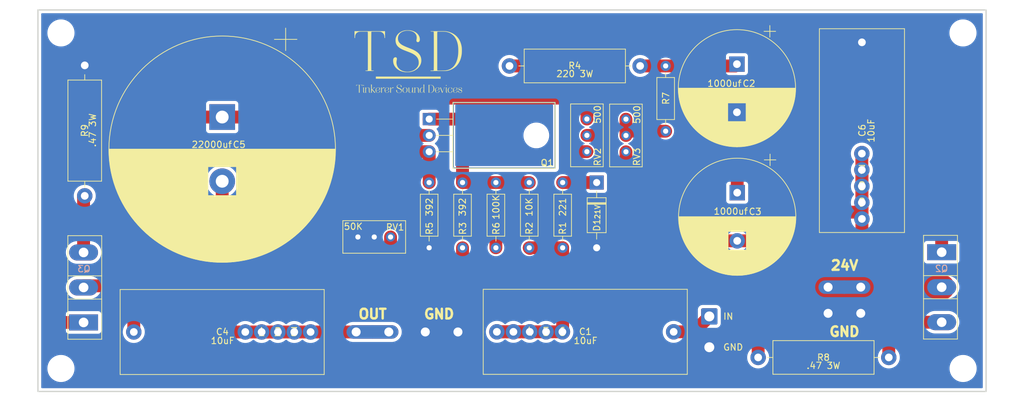
<source format=kicad_pcb>
(kicad_pcb (version 20211014) (generator pcbnew)
  (layers (0 "F.Cu" signal) (31 "B.Cu" signal) (34 "B.Paste" user) (35 "F.Paste" user) (36 "B.SilkS" user "B.Silkscreen") (37 "F.SilkS" user "F.Silkscreen") (38 "B.Mask" user) (39 "F.Mask" user) (44 "Edge.Cuts" user))
  (net 0 "")
  (net 1 "Net-(C1-Pad1)")
  (net 2 "Net-(C1-Pad2)")
  (net 3 "Net-(C2-Pad1)")
  (net 4 "GND")
  (net 5 "Net-(C3-Pad1)")
  (net 6 "Net-(C3-Pad2)")
  (net 7 "Net-(C4-Pad2)")
  (net 8 "Net-(C6-Pad2)")
  (net 9 "Net-(D1-Pad1)")
  (net 10 "Net-(Q1-Pad1)")
  (net 11 "Net-(Q1-Pad2)")
  (net 12 "Net-(Q1-Pad3)")
  (net 13 "Net-(Q2-Pad3)")
  (net 14 "Net-(Q3-Pad3)")
  (net 15 "Net-(R3-Pad2)")
  (net 16 "Net-(R4-Pad2)")
  (net 17 "Net-(R7-Pad2)")
  (footprint "Resistor_THT:R_Axial_DIN0516_L15.5mm_D5.0mm_P20.32mm_Horizontal" (layer "F.Cu") (at 205.648975 119.52 180)
    (fp_text reference "R8" (at 10.16 -0.004) (layer "F.SilkS"))
    (fp_text value ".47 3W")
    (pad "1" thru_hole circle locked (at 0 0 180) (size 2.4 2.4) (drill 1.2) (layers *.Cu *.Mask) (net 13 "Net-(Q2-Pad3)"))
    (pad "2" thru_hole oval locked (at 20.32 0 180) (size 2.4 2.4) (drill 1.2) (layers *.Cu *.Mask) (net 6 "Net-(C3-Pad2)"))
  )
  (footprint "Resistor_THT:R_Axial_DIN0516_L15.5mm_D5.0mm_P20.32mm_Horizontal" (layer "F.Cu") (at 80.58 94.350998 90)
    (fp_text reference "R9" (at 10.170998 0 90) (layer "F.SilkS"))
    (fp_text value ".47 3W" (at 10.220998 1.23 270) (layer "F.SilkS"))
    (pad "1" thru_hole circle locked (at 0 0 90) (size 2.4 2.4) (drill 1.2) (layers *.Cu *.Mask) (net 14 "Net-(Q3-Pad3)"))
    (pad "2" thru_hole oval locked (at 20.32 0 90) (size 2.4 2.4) (drill 1.2) (layers *.Cu *.Mask) (net 4 "GND"))
  )
  (footprint "" (layer "F.Cu") (at 201.46 92.85)
    (fp_text reference "8" (at 0 0) (layer "F.SilkS") (effects (font (size 1.27 1.27))))
    (fp_text value "" (at 0 0) (layer "F.SilkS") (effects (font (size 1.27 1.27))))
    (pad "2" thru_hole circle locked (at 0 0 270) (size 2.4 2.4) (drill 1.2) (layers *.Cu *.Mask) (net 8 "Net-(C6-Pad2)"))
  )
  (footprint "" (layer "F.Cu") (at 154.88 115.53)
    (fp_text reference "6" (at 0 0) (layer "F.SilkS") (effects (font (size 1.27 1.27))))
    (fp_text value "" (at 0 0) (layer "F.SilkS") (effects (font (size 1.27 1.27))))
    (pad "2" thru_hole circle locked (at 0 0 180) (size 2.4 2.4) (drill 1.2) (layers *.Cu *.Mask) (net 2 "Net-(C1-Pad2)"))
  )
  (footprint "Capacitor_THT:CP_Radial_D35.0mm_P10.00mm_SnapIn" (layer "F.Cu") (at 101.96 82.08 -90)
    (fp_text reference "C5" (at 4.29 -2.65 180) (layer "F.SilkS"))
    (fp_text value "22000uf" (at 4.29 1.61 180) (layer "F.SilkS"))
    (pad "1" thru_hole rect locked (at 0 0 270) (size 4 4) (drill 2) (layers *.Cu *.Mask) (net 6 "Net-(C3-Pad2)"))
    (pad "2" thru_hole circle locked (at 10 0 270) (size 4 4) (drill 2) (layers *.Cu *.Mask) (net 7 "Net-(C4-Pad2)"))
  )
  (footprint "" (layer "F.Cu") (at 113.171631 115.555)
    (fp_text reference "3" (at 0 0) (layer "F.SilkS") (effects (font (size 1.27 1.27))))
    (fp_text value "" (at 0 0) (layer "F.SilkS") (effects (font (size 1.27 1.27))))
    (pad "2" thru_hole circle locked (at 0 0) (size 2.4 2.4) (drill 1.2) (layers *.Cu *.Mask) (net 7 "Net-(C4-Pad2)"))
  )
  (footprint "" (layer "F.Cu") (at 201.46 95.39)
    (fp_text reference "9" (at 0 0) (layer "F.SilkS") (effects (font (size 1.27 1.27))))
    (fp_text value "" (at 0 0) (layer "F.SilkS") (effects (font (size 1.27 1.27))))
    (pad "2" thru_hole circle locked (at 0 0 270) (size 2.4 2.4) (drill 1.2) (layers *.Cu *.Mask) (net 8 "Net-(C6-Pad2)"))
  )
  (footprint "" (layer "F.Cu") (at 201.46 90.31)
    (fp_text reference "7" (at 0 0) (layer "F.SilkS") (effects (font (size 1.27 1.27))))
    (fp_text value "" (at 0 0) (layer "F.SilkS") (effects (font (size 1.27 1.27))))
    (pad "2" thru_hole circle locked (at 0 0 270) (size 2.4 2.4) (drill 1.2) (layers *.Cu *.Mask) (net 8 "Net-(C6-Pad2)"))
  )
  (footprint "Package_TO_SOT_THT:TO-247-3_Vertical" (layer "F.Cu") (at 213.874553 103.13 -90)
    (fp_text reference "Q2" hide)
    (fp_text value "IRF244")
    (fp_text user "${REFERENCE}" (at 2.56 0.024553 180) (layer "B.SilkS") (effects (justify mirror)))
    (pad "1" thru_hole rect locked (at 0 0 270) (size 2.5 4.5) (drill 1.5) (layers *.Cu *.Mask) (net 11 "Net-(Q1-Pad2)"))
    (pad "2" thru_hole oval locked (at 5.45 0 270) (size 2.5 4.5) (drill 1.5) (layers *.Cu *.Mask) (net 8 "Net-(C6-Pad2)"))
    (pad "3" thru_hole oval locked (at 10.9 0 270) (size 2.5 4.5) (drill 1.5) (layers *.Cu *.Mask) (net 13 "Net-(Q2-Pad3)"))
  )
  (footprint "Capacitor_THT:C_Rect_L31.5mm_W13.0mm_P27.50mm_MKS4" (layer "F.Cu") (at 201.47 70.440998 -90)
    (fp_text reference "C6" (at 13.719002 -0.039051 90) (layer "F.SilkS"))
    (fp_text value "10uF" (at 13.75 -1.44 90) (layer "F.SilkS"))
    (pad "1" thru_hole circle locked (at 0 0 270) (size 2.4 2.4) (drill 1.2) (layers *.Cu *.Mask) (net 4 "GND"))
    (pad "2" thru_hole circle locked (at 27.5 0 270) (size 2.4 2.4) (drill 1.2) (layers *.Cu *.Mask) (net 8 "Net-(C6-Pad2)"))
  )
  (footprint "Capacitor_THT:CP_Radial_D18.0mm_P7.50mm" (layer "F.Cu") (at 182.03 73.836859 -90)
    (fp_text reference "C2" (at 3.023141 -1.87 180) (layer "F.SilkS"))
    (fp_text value "1000uf")
    (pad "1" thru_hole rect locked (at 0 0 270) (size 2.4 2.4) (drill 1.2) (layers *.Cu *.Mask) (net 3 "Net-(C2-Pad1)"))
    (pad "2" thru_hole circle locked (at 7.5 0 270) (size 2.4 2.4) (drill 1.2) (layers *.Cu *.Mask) (net 4 "GND"))
  )
  (footprint "Capacitor_THT:C_Rect_L31.5mm_W13.0mm_P27.50mm_MKS4" (layer "F.Cu") (at 172.185617 115.53 180)
    (fp_text reference "C1" (at 13.735617 0.03) (layer "F.SilkS"))
    (fp_text value "10uF")
    (pad "1" thru_hole circle locked (at 0 0 180) (size 2.4 2.4) (drill 1.2) (layers *.Cu *.Mask) (net 1 "Net-(C1-Pad1)"))
    (pad "2" thru_hole circle locked (at 27.5 0 180) (size 2.4 2.4) (drill 1.2) (layers *.Cu *.Mask) (net 2 "Net-(C1-Pad2)"))
  )
  (footprint "" (layer "F.Cu") (at 201.46 87.77)
    (fp_text reference "" (at 0 0) (layer "F.SilkS") (effects (font (size 1.27 1.27))))
    (fp_text value "" (at 0 0) (layer "F.SilkS") (effects (font (size 1.27 1.27))))
    (pad "2" thru_hole circle locked (at 0 0 270) (size 2.4 2.4) (drill 1.2) (layers *.Cu *.Mask) (net 8 "Net-(C6-Pad2)"))
  )
  (footprint "MountingHole:MountingHole_3.2mm_M3" (layer "F.Cu") (at 76.88 121.24)
    (fp_text reference "REF**" hide)
    (fp_text value "MountingHole_3.2mm_M3")
    (pad "" np_thru_hole circle locked (at 0 0) (size 3.2 3.2) (drill 3.2) (layers *.Cu *.Mask))
  )
  (footprint "Connector_Wire:SolderWire-0.75sqmm_1x02_P4.8mm_D1.25mm_OD2.3mm" (layer "F.Cu") (at 177.731761 113.13 -90)
    (fp_text reference "IN" (at 0 -2.948239 180) (layer "F.SilkS"))
    (fp_text value "IN")
    (pad "1" thru_hole roundrect locked (at 0 0 270) (size 2.55 2.55) (drill 1.55) (layers *.Cu *.Mask) (roundrect_rratio 0.098039) (net 1 "Net-(C1-Pad1)"))
    (pad "2" thru_hole circle locked (at 4.8 0 270) (size 2.55 2.55) (drill 1.55) (layers *.Cu *.Mask) (net 4 "GND"))
  )
  (footprint "Package_TO_SOT_THT:TO-220-3_Horizontal_TabDown" (layer "F.Cu") (at 134.16 82.4 -90)
    (fp_text reference "Q1" (at 6.83 -18.35 180) (layer "F.SilkS"))
    (fp_text value "IRF610")
    (pad "" np_thru_hole oval locked (at 2.54 -16.66 270) (size 3.5 3.5) (drill 3.5) (layers *.Cu *.Mask))
    (pad "1" thru_hole rect locked (at 0 0 270) (size 1.905 2) (drill 1.1) (layers *.Cu *.Mask) (net 10 "Net-(Q1-Pad1)"))
    (pad "2" thru_hole oval locked (at 2.54 0 270) (size 1.905 2) (drill 1.1) (layers *.Cu *.Mask) (net 11 "Net-(Q1-Pad2)"))
    (pad "3" thru_hole oval locked (at 5.08 0 270) (size 1.905 2) (drill 1.1) (layers *.Cu *.Mask) (net 12 "Net-(Q1-Pad3)"))
  )
  (footprint "Resistor_THT:R_Axial_DIN0516_L15.5mm_D5.0mm_P20.32mm_Horizontal" (layer "F.Cu") (at 166.97 74.121451 180)
    (fp_text reference "R4" (at 10.17 0.041451) (layer "F.SilkS"))
    (fp_text value "220 3W" (at 10.16 -1.228549) (layer "F.SilkS"))
    (pad "1" thru_hole circle locked (at 0 0 180) (size 2.4 2.4) (drill 1.2) (layers *.Cu *.Mask) (net 3 "Net-(C2-Pad1)"))
    (pad "2" thru_hole oval locked (at 20.32 0 180) (size 2.4 2.4) (drill 1.2) (layers *.Cu *.Mask) (net 16 "Net-(R4-Pad2)"))
  )
  (footprint "" (layer "F.Cu") (at 105.551631 115.555)
    (fp_text reference "" (at 0 0) (layer "F.SilkS") (effects (font (size 1.27 1.27))))
    (fp_text value "" (at 0 0) (layer "F.SilkS") (effects (font (size 1.27 1.27))))
    (pad "2" thru_hole circle locked (at 0 0) (size 2.4 2.4) (drill 1.2) (layers *.Cu *.Mask) (net 7 "Net-(C4-Pad2)"))
  )
  (footprint "Resistor_THT:R_Axial_DIN0207_L6.3mm_D2.5mm_P10.16mm_Horizontal" (layer "F.Cu") (at 170.94 74.12 -90)
    (fp_text reference "R7" (at 5.049002 -0.05 90) (layer "F.SilkS"))
    (fp_text value "221")
    (pad "1" thru_hole circle locked (at 0 0 270) (size 1.6 1.6) (drill 0.8) (layers *.Cu *.Mask) (net 3 "Net-(C2-Pad1)"))
    (pad "2" thru_hole oval locked (at 10.16 0 270) (size 1.6 1.6) (drill 0.8) (layers *.Cu *.Mask) (net 17 "Net-(R7-Pad2)"))
  )
  (footprint "Custom Library:Spade Conector 6.3mm TE_1217861" (layer "F.Cu") (at 198.749064 112.65 180)
    (fp_text reference "J5" hide)
    (fp_text value "GND" hide)
    (pad "1" thru_hole oval (at -2.54 0 180) (size 5 2.1) (drill 1.4 (offset 1 0)) (layers *.Cu *.Mask) (net 4 "GND"))
    (pad "1" thru_hole oval (at 2.54 0 180) (size 5 2.1) (drill 1.4 (offset -1 0)) (layers *.Cu *.Mask) (net 4 "GND"))
  )
  (footprint "Custom Library:Spade Conector 6.3mm TE_1217861" (layer "F.Cu") (at 198.749064 108.57036 180)
    (fp_text reference "J2" hide)
    (fp_text value "40V" hide)
    (pad "1" thru_hole oval (at -2.54 0 180) (size 5 2.1) (drill 1.4 (offset 1 0)) (layers *.Cu *.Mask) (net 8 "Net-(C6-Pad2)"))
    (pad "1" thru_hole oval (at 2.54 0 180) (size 5 2.1) (drill 1.4 (offset -1 0)) (layers *.Cu *.Mask) (net 8 "Net-(C6-Pad2)"))
  )
  (footprint "Resistor_THT:R_Axial_DIN0207_L6.3mm_D2.5mm_P10.16mm_Horizontal" (layer "F.Cu") (at 139.343332 92.28 -90)
    (fp_text reference "R3" (at 7.148686 -0.043002 90) (layer "F.SilkS"))
    (fp_text value "392" (at 3.822822 0.003332 90) (layer "F.SilkS"))
    (pad "1" thru_hole circle locked (at 0 0 270) (size 1.6 1.6) (drill 0.8) (layers *.Cu *.Mask) (net 10 "Net-(Q1-Pad1)"))
    (pad "2" thru_hole oval locked (at 10.16 0 270) (size 1.6 1.6) (drill 0.8) (layers *.Cu *.Mask) (net 15 "Net-(R3-Pad2)"))
  )
  (footprint "" (layer "F.Cu") (at 108.091631 115.555)
    (fp_text reference "1" (at 0 0) (layer "F.SilkS") (effects (font (size 1.27 1.27))))
    (fp_text value "" (at 0 0) (layer "F.SilkS") (effects (font (size 1.27 1.27))))
    (pad "2" thru_hole circle locked (at 0 0) (size 2.4 2.4) (drill 1.2) (layers *.Cu *.Mask) (net 7 "Net-(C4-Pad2)"))
  )
  (footprint "MountingHole:MountingHole_3.2mm_M3" (layer "F.Cu") (at 217.21 121.24)
    (fp_text reference "REF**" hide)
    (fp_text value "MountingHole_3.2mm_M3")
    (pad "" np_thru_hole circle locked (at 0 0) (size 3.2 3.2) (drill 3.2) (layers *.Cu *.Mask))
  )
  (footprint "Potentiometer_THT:Potentiometer_Bourns_3296W_Vertical" (layer "F.Cu") (at 164.766916 87.49 -90)
    (fp_text reference "RV3" (at 0.78 -1.693084 90) (layer "F.SilkS"))
    (fp_text value "500")
    (pad "1" thru_hole circle locked (at 0 0 270) (size 1.44 1.44) (drill 0.8) (layers *.Cu *.Mask) (net 8 "Net-(C6-Pad2)"))
    (pad "2" thru_hole circle locked (at -2.54 0 270) (size 1.44 1.44) (drill 0.8) (layers *.Cu *.Mask) (net 17 "Net-(R7-Pad2)"))
    (pad "3" thru_hole circle locked (at -5.08 0 270) (size 1.44 1.44) (drill 0.8) (layers *.Cu *.Mask) (net 17 "Net-(R7-Pad2)"))
  )
  (footprint "Custom Library:Spade Conector 6.3mm TE_1217861" (layer "F.Cu") (at 136.0925 115.55 180)
    (fp_text reference "J5" hide)
    (fp_text value "GND" hide)
    (pad "1" thru_hole oval (at 2.54 0 180) (size 5 2.1) (drill 1.4 (offset -1 0)) (layers *.Cu *.Mask) (net 4 "GND"))
    (pad "1" thru_hole oval (at -2.54 0 180) (size 5 2.1) (drill 1.4 (offset 1 0)) (layers *.Cu *.Mask) (net 4 "GND"))
  )
  (footprint "Resistor_THT:R_Axial_DIN0207_L6.3mm_D2.5mm_P10.16mm_Horizontal" (layer "F.Cu") (at 154.91833 102.44 90)
    (fp_text reference "R1" (at 3.041314 -0.000356 90) (layer "F.SilkS"))
    (fp_text value "221" (at 6.337178 0.01167 90) (layer "F.SilkS"))
    (pad "1" thru_hole circle locked (at 0 0 90) (size 1.6 1.6) (drill 0.8) (layers *.Cu *.Mask) (net 2 "Net-(C1-Pad2)"))
    (pad "2" thru_hole oval locked (at 10.16 0 90) (size 1.6 1.6) (drill 0.8) (layers *.Cu *.Mask) (net 9 "Net-(D1-Pad1)"))
  )
  (footprint "Capacitor_THT:C_Rect_L31.5mm_W13.0mm_P27.50mm_MKS4" (layer "F.Cu") (at 88.21 115.555)
    (fp_text reference "C4" (at 13.78 -0.025) (layer "F.SilkS"))
    (fp_text value "10uF")
    (pad "1" thru_hole circle locked (at 0 0) (size 2.4 2.4) (drill 1.2) (layers *.Cu *.Mask) (net 6 "Net-(C3-Pad2)"))
    (pad "2" thru_hole circle locked (at 27.5 0) (size 2.4 2.4) (drill 1.2) (layers *.Cu *.Mask) (net 7 "Net-(C4-Pad2)"))
  )
  (footprint "Capacitor_THT:CP_Radial_D18.0mm_P7.50mm" (layer "F.Cu") (at 182.07 93.86 -90)
    (fp_text reference "C3" (at 2.95 -2.79 -180) (layer "F.SilkS"))
    (fp_text value "1000uf" (at 2.91 1 -180) (layer "F.SilkS"))
    (pad "1" thru_hole rect locked (at 0 0 270) (size 2.4 2.4) (drill 1.2) (layers *.Cu *.Mask) (net 5 "Net-(C3-Pad1)"))
    (pad "2" thru_hole circle locked (at 7.5 0 270) (size 2.4 2.4) (drill 1.2) (layers *.Cu *.Mask) (net 6 "Net-(C3-Pad2)"))
  )
  (footprint "Diode_THT:D_DO-41_SOD81_P10.16mm_Horizontal" (layer "F.Cu") (at 160.21 92.28 -90)
    (fp_text reference "D1" (at 6.62 -0.03 90) (layer "F.SilkS"))
    (fp_text value "21V" (at 4.58 -0.14 90) (layer "F.SilkS") (effects (font (size 0.8 0.8))))
    (pad "1" thru_hole rect locked (at 0 0 270) (size 2.2 2.2) (drill 1.1) (layers *.Cu *.Mask) (net 9 "Net-(D1-Pad1)"))
    (pad "2" thru_hole oval locked (at 10.16 0 270) (size 2.2 2.2) (drill 1.1) (layers *.Cu *.Mask) (net 4 "GND"))
  )
  (footprint "" (layer "F.Cu") (at 147.26 115.53)
    (fp_text reference "" (at 0 0) (layer "F.SilkS") (effects (font (size 1.27 1.27))))
    (fp_text value "" (at 0 0) (layer "F.SilkS") (effects (font (size 1.27 1.27))))
    (pad "2" thru_hole circle locked (at 0 0 180) (size 2.4 2.4) (drill 1.2) (layers *.Cu *.Mask) (net 2 "Net-(C1-Pad2)"))
  )
  (footprint "" (layer "F.Cu") (at 110.631631 115.555)
    (fp_text reference "2" (at 0 0) (layer "F.SilkS") (effects (font (size 1.27 1.27))))
    (fp_text value "" (at 0 0) (layer "F.SilkS") (effects (font (size 1.27 1.27))))
    (pad "2" thru_hole circle locked (at 0 0) (size 2.4 2.4) (drill 1.2) (layers *.Cu *.Mask) (net 7 "Net-(C4-Pad2)"))
  )
  (footprint "Resistor_THT:R_Axial_DIN0207_L6.3mm_D2.5mm_P10.16mm_Horizontal" (layer "F.Cu") (at 144.534998 92.28 -90)
    (fp_text reference "R6" (at 7.148686 -0.043002 90) (layer "F.SilkS"))
    (fp_text value "100K" (at 3.822822 -0.025002 90) (layer "F.SilkS"))
    (pad "1" thru_hole circle locked (at 0 0 270) (size 1.6 1.6) (drill 0.8) (layers *.Cu *.Mask) (net 10 "Net-(Q1-Pad1)"))
    (pad "2" thru_hole oval locked (at 10.16 0 270) (size 1.6 1.6) (drill 0.8) (layers *.Cu *.Mask) (net 6 "Net-(C3-Pad2)"))
  )
  (footprint "Custom Library:Logo_25mm" (layer "F.Cu") (at 131.06 74.13)
    (fp_text reference "G***" hide)
    (fp_text value "LOGO" hide)
  )
  (footprint "Resistor_THT:R_Axial_DIN0207_L6.3mm_D2.5mm_P10.16mm_Horizontal" (layer "F.Cu") (at 149.726664 102.44 90)
    (fp_text reference "R2" (at 3.041314 -0.000356 90) (layer "F.SilkS"))
    (fp_text value "10K" (at 6.337179 -0.016664 90) (layer "F.SilkS"))
    (pad "1" thru_hole circle locked (at 0 0 90) (size 1.6 1.6) (drill 0.8) (layers *.Cu *.Mask) (net 2 "Net-(C1-Pad2)"))
    (pad "2" thru_hole oval locked (at 10.16 0 90) (size 1.6 1.6) (drill 0.8) (layers *.Cu *.Mask) (net 10 "Net-(Q1-Pad1)"))
  )
  (footprint "Custom Library:Spade Conector 6.3mm TE_1217861" (layer "F.Cu") (at 125.336852 115.55 180)
    (fp_text reference "J3" hide)
    (fp_text value "OUT" hide)
    (pad "1" thru_hole oval (at 2.54 0 180) (size 5 2.1) (drill 1.4 (offset -1 0)) (layers *.Cu *.Mask) (net 7 "Net-(C4-Pad2)"))
    (pad "1" thru_hole oval (at -2.54 0 180) (size 5 2.1) (drill 1.4 (offset 1 0)) (layers *.Cu *.Mask) (net 7 "Net-(C4-Pad2)"))
  )
  (footprint "Package_TO_SOT_THT:TO-247-3_Vertical" (layer "F.Cu") (at 80.4 114.07 90)
    (fp_text reference "Q3" hide)
    (fp_text value "IRF244")
    (fp_text user "${REFERENCE}" (at 8.34 0.06 180) (layer "B.SilkS") (effects (justify mirror)))
    (pad "1" thru_hole rect locked (at 0 0 90) (size 2.5 4.5) (drill 1.5) (layers *.Cu *.Mask) (net 12 "Net-(Q1-Pad3)"))
    (pad "2" thru_hole oval locked (at 5.45 0 90) (size 2.5 4.5) (drill 1.5) (layers *.Cu *.Mask) (net 6 "Net-(C3-Pad2)"))
    (pad "3" thru_hole oval locked (at 10.9 0 90) (size 2.5 4.5) (drill 1.5) (layers *.Cu *.Mask) (net 14 "Net-(Q3-Pad3)"))
  )
  (footprint "Potentiometer_THT:Potentiometer_Bourns_3296W_Vertical" (layer "F.Cu") (at 123.07 100.76 180)
    (fp_text reference "RV1" (at -5.79 1.526) (layer "F.SilkS"))
    (fp_text value "50K")
    (pad "1" thru_hole circle locked (at 0 0 180) (size 1.44 1.44) (drill 0.8) (layers *.Cu *.Mask) (net 4 "GND"))
    (pad "2" thru_hole circle locked (at -2.54 0 180) (size 1.44 1.44) (drill 0.8) (layers *.Cu *.Mask) (net 4 "GND"))
    (pad "3" thru_hole circle locked (at -5.08 0 180) (size 1.44 1.44) (drill 0.8) (layers *.Cu *.Mask) (net 15 "Net-(R3-Pad2)"))
  )
  (footprint "Resistor_THT:R_Axial_DIN0207_L6.3mm_D2.5mm_P10.16mm_Horizontal" (layer "F.Cu") (at 134.151666 92.28 -90)
    (fp_text reference "R5" (at 7.148686 -0.043002 90) (layer "F.SilkS"))
    (fp_text value "392")
    (pad "1" thru_hole circle locked (at 0 0 270) (size 1.6 1.6) (drill 0.8) (layers *.Cu *.Mask) (net 12 "Net-(Q1-Pad3)"))
    (pad "2" thru_hole oval locked (at 10.16 0 270) (size 1.6 1.6) (drill 0.8) (layers *.Cu *.Mask) (net 4 "GND"))
  )
  (footprint "" (layer "F.Cu") (at 149.8 115.53)
    (fp_text reference "4" (at 0 0) (layer "F.SilkS") (effects (font (size 1.27 1.27))))
    (fp_text value "" (at 0 0) (layer "F.SilkS") (effects (font (size 1.27 1.27))))
    (pad "2" thru_hole circle locked (at 0 0 180) (size 2.4 2.4) (drill 1.2) (layers *.Cu *.Mask) (net 2 "Net-(C1-Pad2)"))
  )
  (footprint "MountingHole:MountingHole_3.2mm_M3" (layer "F.Cu") (at 76.88 68.98)
    (fp_text reference "REF**" hide)
    (fp_text value "MountingHole_3.2mm_M3")
    (pad "" np_thru_hole circle locked (at 0 0) (size 3.2 3.2) (drill 3.2) (layers *.Cu *.Mask))
  )
  (footprint "MountingHole:MountingHole_3.2mm_M3" (layer "F.Cu") (at 217.19 68.98)
    (fp_text reference "REF**" hide)
    (fp_text value "MountingHole_3.2mm_M3")
    (pad "" np_thru_hole circle locked (at 0 0) (size 3.2 3.2) (drill 3.2) (layers *.Cu *.Mask))
  )
  (footprint "" (layer "F.Cu") (at 152.34 115.53)
    (fp_text reference "5" (at 0 0) (layer "F.SilkS") (effects (font (size 1.27 1.27))))
    (fp_text value "" (at 0 0) (layer "F.SilkS") (effects (font (size 1.27 1.27))))
    (pad "2" thru_hole circle locked (at 0 0 180) (size 2.4 2.4) (drill 1.2) (layers *.Cu *.Mask) (net 2 "Net-(C1-Pad2)"))
  )
  (footprint "Potentiometer_THT:Potentiometer_Bourns_3296W_Vertical" (layer "F.Cu") (at 158.69 82.39 90)
    (fp_text reference "RV2" (at -5.9 1.66 90) (layer "F.SilkS"))
    (fp_text value "500" (at 0.71 1.65 90) (layer "F.SilkS"))
    (pad "1" thru_hole circle locked (at 0 0 90) (size 1.44 1.44) (drill 0.8) (layers *.Cu *.Mask) (net 16 "Net-(R4-Pad2)"))
    (pad "2" thru_hole circle locked (at -2.54 0 90) (size 1.44 1.44) (drill 0.8) (layers *.Cu *.Mask) (net 5 "Net-(C3-Pad1)"))
    (pad "3" thru_hole circle locked (at -5.08 0 90) (size 1.44 1.44) (drill 0.8) (layers *.Cu *.Mask) (net 11 "Net-(Q1-Pad2)"))
  )
  (gr_rect (start 137.91 79.81) (end 153.73 90.02) (layer "B.Cu") (width 0.2) (fill none))
  (gr_rect (start 220.78 124.82) (end 73.3 65.4) (layer "Edge.Cuts") (width 0.2) (fill none))
  (gr_text ".47 3W" (at 195.48 120.8) (layer "F.SilkS") (effects (font (size 1 1))))
  (gr_text "24V\n" (at 198.77 105.19) (layer "F.SilkS") (effects (font (size 1.5 1.5) (thickness 0.375))))
  (gr_text "10uF" (at 158.49 116.92) (layer "F.SilkS") (effects (font (size 1 1))))
  (gr_text "1000uf" (at 180.09 76.86) (layer "F.SilkS") (effects (font (size 1 1))))
  (gr_text "392" (at 134.19 96.102822 90) (layer "F.SilkS") (effects (font (size 1 1))))
  (gr_text "50K\n" (at 122.35 99.13) (layer "F.SilkS") (effects (font (size 1 1))))
  (gr_text "10uF" (at 102.03 116.92) (layer "F.SilkS") (effects (font (size 1 1))))
  (gr_text "GND\n" (at 135.7 112.762988) (layer "F.SilkS") (effects (font (size 1.5 1.5) (thickness 0.375))))
  (gr_text "GND\n" (at 198.75 115.51) (layer "F.SilkS") (effects (font (size 1.5 1.5) (thickness 0.375))))
  (gr_text "GND" (at 181.441904 117.93) (layer "F.SilkS") (effects (font (size 1 1))))
  (gr_text "500" (at 166.48 81.7 90) (layer "F.SilkS") (effects (font (size 1 1))))
  (gr_text "OUT\n" (at 125.354352 112.762988) (layer "F.SilkS") (effects (font (size 1.5 1.5) (thickness 0.375))))
  (segment (start 175.331761 115.53) (end 177.731761 113.13) (width 2) (layer "F.Cu") (net 1))
  (segment (start 172.185617 115.53) (end 175.331761 115.53) (width 2) (layer "F.Cu") (net 1))
  (segment (start 149.833856 102.547192) (end 149.726664 102.44) (width 2) (layer "F.Cu") (net 2))
  (segment (start 149.726664 102.44) (end 152.33 102.44) (width 2) (layer "F.Cu") (net 2))
  (segment (start 144.685617 115.53) (end 149.823856 115.53) (width 2) (layer "F.Cu") (net 2))
  (segment (start 154.55 115.53) (end 144.685617 115.53) (width 2) (layer "F.Cu") (net 2))
  (segment (start 154.91833 102.44) (end 154.91833 115.16167) (width 2) (layer "F.Cu") (net 2))
  (segment (start 152.33 102.44) (end 154.91833 102.44) (width 2) (layer "F.Cu") (net 2))
  (segment (start 149.823856 115.53) (end 149.833856 115.54) (width 2) (layer "F.Cu") (net 2))
  (segment (start 154.91833 115.16167) (end 154.55 115.53) (width 2) (layer "F.Cu") (net 2))
  (segment (start 181.745408 74.121451) (end 182.03 73.836859) (width 2) (layer "F.Cu") (net 3))
  (segment (start 166.97 74.121451) (end 181.745408 74.121451) (width 2) (layer "F.Cu") (net 3))
  (segment (start 161.97 81.46) (end 163.85 79.58) (width 2) (layer "F.Cu") (net 5))
  (segment (start 172.23 79.58) (end 182.07 89.42) (width 2) (layer "F.Cu") (net 5))
  (segment (start 161.47 84.93) (end 161.97 84.43) (width 2) (layer "F.Cu") (net 5))
  (segment (start 161.97 84.43) (end 161.97 81.46) (width 2) (layer "F.Cu") (net 5))
  (segment (start 182.07 89.42) (end 182.07 93.86) (width 2) (layer "F.Cu") (net 5))
  (segment (start 163.85 79.58) (end 172.23 79.58) (width 2) (layer "F.Cu") (net 5))
  (segment (start 158.69 84.93) (end 161.47 84.93) (width 2) (layer "F.Cu") (net 5))
  (segment (start 144.534998 102.44) (end 144.534998 96.235002) (width 2) (layer "F.Cu") (net 6))
  (segment (start 88.21 115.555) (end 88.21 109.41) (width 2) (layer "F.Cu") (net 6))
  (segment (start 185.328975 119.52) (end 185.328975 101.648975) (width 2) (layer "F.Cu") (net 6))
  (segment (start 119.34 95.88) (end 144.89 95.88) (width 2) (layer "F.Cu") (net 6))
  (segment (start 88.81 82.08) (end 101.96 82.08) (width 2) (layer "F.Cu") (net 6))
  (segment (start 88.21 109.41) (end 88.21 82.68) (width 2) (layer "F.Cu") (net 6))
  (segment (start 88.21 82.68) (end 88.81 82.08) (width 2) (layer "F.Cu") (net 6))
  (segment (start 144.534998 96.235002) (end 144.89 95.88) (width 2) (layer "F.Cu") (net 6))
  (segment (start 87.17 108.37) (end 88.21 109.41) (width 2) (layer "F.Cu") (net 6))
  (segment (start 185.04 101.36) (end 182.07 101.36) (width 2) (layer "F.Cu") (net 6))
  (segment (start 185.328975 101.648975) (end 185.04 101.36) (width 2) (layer "F.Cu") (net 6))
  (segment (start 161.629422 95.88) (end 167.109422 101.36) (width 2) (layer "F.Cu") (net 6))
  (segment (start 101.96 82.08) (end 105.54 82.08) (width 2) (layer "F.Cu") (net 6))
  (segment (start 105.54 82.08) (end 119.34 95.88) (width 2) (layer "F.Cu") (net 6))
  (segment (start 144.89 95.88) (end 161.629422 95.88) (width 2) (layer "F.Cu") (net 6))
  (segment (start 167.109422 101.36) (end 182.07 101.36) (width 2) (layer "F.Cu") (net 6))
  (segment (start 80.4 108.37) (end 87.17 108.37) (width 2) (layer "F.Cu") (net 6))
  (segment (start 103.085 115.555) (end 101.96 114.43) (width 2) (layer "F.Cu") (net 7))
  (segment (start 124.869152 115.555) (end 124.874352 115.5602) (width 2) (layer "F.Cu") (net 7))
  (segment (start 107.845 115.555) (end 110.795 115.555) (width 2) (layer "F.Cu") (net 7))
  (segment (start 115.71 115.555) (end 124.869152 115.555) (width 2) (layer "F.Cu") (net 7))
  (segment (start 110.795 115.555) (end 115.71 115.555) (width 2) (layer "F.Cu") (net 7))
  (segment (start 101.96 114.43) (end 101.96 92.08) (width 2) (layer "F.Cu") (net 7))
  (segment (start 110.795 115.555) (end 103.085 115.555) (width 2) (layer "F.Cu") (net 7))
  (segment (start 201.47 97.22) (end 201.47 97.940998) (width 2) (layer "F.Cu") (net 8))
  (segment (start 201.46 97.930998) (end 201.47 97.940998) (width 2) (layer "F.Cu") (net 8))
  (segment (start 201.14 96.89) (end 201.47 97.22) (width 2) (layer "F.Cu") (net 8))
  (segment (start 201.47 97.940998) (end 201.47 108.389424) (width 2) (layer "F.Cu") (net 8))
  (segment (start 201.47 95.4) (end 201.46 95.39) (width 2) (layer "F.Cu") (net 8))
  (segment (start 169.93 96.89) (end 201.14 96.89) (width 2) (layer "F.Cu") (net 8))
  (segment (start 201.46 87.77) (end 201.46 97.930998) (width 2) (layer "F.Cu") (net 8))
  (segment (start 201.46 95.39) (end 201.46 97.930998) (width 2) (layer "F.Cu") (net 8))
  (segment (start 213.874553 108.58) (end 195.703197 108.58) (width 4) (layer "F.Cu") (net 8))
  (segment (start 164.766916 87.49) (end 164.766916 91.726916) (width 2) (layer "F.Cu") (net 8))
  (segment (start 201.4648 97.946198) (end 201.47 97.940998) (width 2) (layer "F.Cu") (net 8))
  (segment (start 195.703197 108.58) (end 195.45 108.833197) (width 2) (layer "F.Cu") (net 8))
  (segment (start 201.47 97.940998) (end 201.47 95.4) (width 2) (layer "F.Cu") (net 8))
  (segment (start 201.47 97.940998) (end 201.47 89.88) (width 2) (layer "F.Cu") (net 8))
  (segment (start 164.766916 91.726916) (end 169.93 96.89) (width 2) (layer "F.Cu") (net 8))
  (segment (start 201.47 108.389424) (end 201.289064 108.57036) (width 2) (layer "F.Cu") (net 8))
  (segment (start 154.91833 92.28) (end 160.21 92.28) (width 2) (layer "F.Cu") (net 9))
  (segment (start 139.343332 92.28) (end 149.726664 92.28) (width 2) (layer "F.Cu") (net 10))
  (segment (start 139.343332 82.863332) (end 139.343332 92.28) (width 2) (layer "F.Cu") (net 10))
  (segment (start 134.16 82.4) (end 138.86 82.4) (width 2) (layer "F.Cu") (net 10))
  (segment (start 138.86 82.4) (end 138.87 82.39) (width 2) (layer "F.Cu") (net 10))
  (segment (start 138.87 82.39) (end 139.343332 82.863332) (width 2) (layer "F.Cu") (net 10))
  (segment (start 213.874553 89.854553) (end 193.83 69.81) (width 2) (layer "F.Cu") (net 11))
  (segment (start 158.69 87.47) (end 156.02 87.47) (width 2) (layer "F.Cu") (net 11))
  (segment (start 156.02 87.47) (end 155.99 87.5) (width 2) (layer "F.Cu") (net 11))
  (segment (start 142.21 69.81) (end 142.21 79.13) (width 2) (layer "F.Cu") (net 11))
  (segment (start 155.99 87.5) (end 155.99 79.13) (width 2) (layer "F.Cu") (net 11))
  (segment (start 130.55 79.13) (end 130.44 79.02) (width 2) (layer "F.Cu") (net 11))
  (segment (start 134.16 84.94) (end 130.49 84.94) (width 2) (layer "F.Cu") (net 11))
  (segment (start 130.44 84.89) (end 130.44 79.02) (width 2) (layer "F.Cu") (net 11))
  (segment (start 155.99 79.13) (end 142.21 79.13) (width 2) (layer "F.Cu") (net 11))
  (segment (start 130.49 84.94) (end 130.44 84.89) (width 2) (layer "F.Cu") (net 11))
  (segment (start 213.874553 103.13) (end 213.874553 89.854553) (width 2) (layer "F.Cu") (net 11))
  (segment (start 142.21 79.13) (end 130.55 79.13) (width 2) (layer "F.Cu") (net 11))
  (segment (start 193.83 69.81) (end 142.21 69.81) (width 2) (layer "F.Cu") (net 11))
  (segment (start 75.28 113.99) (end 75.28 77.65) (width 2) (layer "F.Cu") (net 12))
  (segment (start 122.73 87.48) (end 134.16 87.48) (width 2) (layer "F.Cu") (net 12))
  (segment (start 134.16 87.48) (end 134.16 92.271666) (width 2) (layer "F.Cu") (net 12))
  (segment (start 75.65 77.28) (end 112.53 77.28) (width 2) (layer "F.Cu") (net 12))
  (segment (start 75.36 114.07) (end 75.28 113.99) (width 2) (layer "F.Cu") (net 12))
  (segment (start 80.4 114.07) (end 75.36 114.07) (width 2) (layer "F.Cu") (net 12))
  (segment (start 75.28 77.65) (end 75.65 77.28) (width 2) (layer "F.Cu") (net 12))
  (segment (start 134.16 92.271666) (end 134.151666 92.28) (width 2) (layer "F.Cu") (net 12))
  (segment (start 112.53 77.28) (end 122.73 87.48) (width 2) (layer "F.Cu") (net 12))
  (segment (start 206.26 114.03) (end 213.874553 114.03) (width 2) (layer "F.Cu") (net 13))
  (segment (start 205.648975 119.52) (end 205.648975 114.641025) (width 2) (layer "F.Cu") (net 13))
  (segment (start 205.648975 114.641025) (end 206.26 114.03) (width 2) (layer "F.Cu") (net 13))
  (segment (start 80.4 103.17) (end 80.4 94.530998) (width 2) (layer "F.Cu") (net 14))
  (segment (start 80.4 94.530998) (end 80.58 94.350998) (width 2) (layer "F.Cu") (net 14))
  (segment (start 128.15 105.44) (end 128.15 100.76) (width 2) (layer "F.Cu") (net 15))
  (segment (start 139.343332 104.696668) (end 138.21 105.83) (width 2) (layer "F.Cu") (net 15))
  (segment (start 128.54 105.83) (end 128.15 105.44) (width 2) (layer "F.Cu") (net 15))
  (segment (start 139.343332 102.44) (end 139.343332 104.696668) (width 2) (layer "F.Cu") (net 15))
  (segment (start 138.21 105.83) (end 128.54 105.83) (width 2) (layer "F.Cu") (net 15))
  (segment (start 157.891451 74.121451) (end 158.69 74.92) (width 2) (layer "F.Cu") (net 16))
  (segment (start 146.65 74.121451) (end 157.891451 74.121451) (width 2) (layer "F.Cu") (net 16))
  (segment (start 158.69 74.92) (end 158.69 82.39) (width 2) (layer "F.Cu") (net 16))
  (segment (start 165.193832 84.28) (end 164.766916 83.853084) (width 2) (layer "F.Cu") (net 17))
  (segment (start 164.766916 84.95) (end 164.766916 83.853084) (width 2) (layer "F.Cu") (net 17))
  (segment (start 164.766916 83.853084) (end 164.766916 82.41) (width 2) (layer "F.Cu") (net 17))
  (segment (start 170.94 84.28) (end 165.193832 84.28) (width 2) (layer "F.Cu") (net 17))
  (zone (net 4) (net_name "GND") (layer "B.Cu") (connect_pads yes (clearance 0.508)) (min_thickness 0.254) (fill yes (thermal_gap 0.508) (thermal_bridge_width 0.508))
    (polygon (pts (xy 223.6 125.52) (xy 72.32 125.52) (xy 72.32 63.85) (xy 223.6 63.85)))
  )
  (zone (net 0) (net_name "") (layer "B.Cu") (connect_pads (clearance 0)) (min_thickness 0.254) (fill yes (thermal_gap 0.508) (thermal_bridge_width 0.508))
    (polygon (pts (xy 153.56 89.79) (xy 138.07 89.79) (xy 138.07 80.02) (xy 153.56 80.02)))
  )
)
</source>
